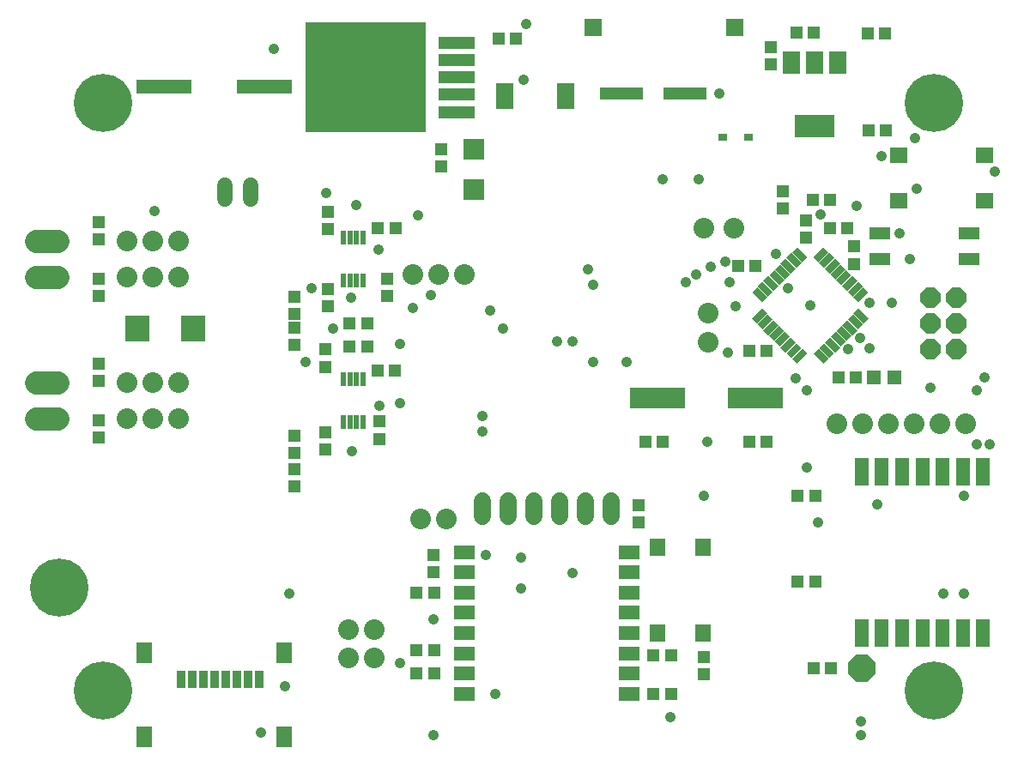
<source format=gts>
G75*
%MOIN*%
%OFA0B0*%
%FSLAX25Y25*%
%IPPOS*%
%LPD*%
%AMOC8*
5,1,8,0,0,1.08239X$1,22.5*
%
%ADD10R,0.04537X0.04931*%
%ADD11R,0.05324X0.05324*%
%ADD12R,0.21600X0.08200*%
%ADD13R,0.04931X0.04537*%
%ADD14R,0.05600X0.02800*%
%ADD15R,0.02800X0.05600*%
%ADD16OC8,0.08000*%
%ADD17R,0.08474X0.04931*%
%ADD18R,0.02175X0.05324*%
%ADD19R,0.08474X0.08474*%
%ADD20R,0.06500X0.08500*%
%ADD21R,0.15600X0.08500*%
%ADD22R,0.14400X0.04700*%
%ADD23R,0.46500X0.42600*%
%ADD24R,0.06506X0.10443*%
%ADD25C,0.08000*%
%ADD26R,0.06899X0.06112*%
%ADD27R,0.03750X0.02962*%
%ADD28R,0.16600X0.04900*%
%ADD29C,0.09000*%
%ADD30C,0.06000*%
%ADD31R,0.08474X0.05324*%
%ADD32C,0.06600*%
%ADD33R,0.06112X0.06899*%
%ADD34R,0.21700X0.05300*%
%ADD35R,0.09500X0.10400*%
%ADD36R,0.06309X0.08474*%
%ADD37R,0.03750X0.06506*%
%ADD38OC8,0.10600*%
%ADD39R,0.05600X0.10600*%
%ADD40C,0.22600*%
%ADD41C,0.04169*%
%ADD42R,0.07096X0.07096*%
D10*
X0191480Y0098531D03*
X0198173Y0098531D03*
X0198173Y0107531D03*
X0191480Y0107531D03*
X0191480Y0129831D03*
X0198173Y0129831D03*
X0277627Y0157085D03*
X0277627Y0163778D03*
X0339480Y0134031D03*
X0346173Y0134031D03*
X0290173Y0105531D03*
X0283480Y0105531D03*
X0155827Y0185485D03*
X0155827Y0192178D03*
X0177027Y0189685D03*
X0177027Y0196378D03*
X0176441Y0216208D03*
X0183134Y0216208D03*
X0156127Y0217685D03*
X0156127Y0224378D03*
X0165480Y0234531D03*
X0172173Y0234531D03*
X0156827Y0241185D03*
X0156827Y0247878D03*
X0179827Y0245185D03*
X0179827Y0251878D03*
X0183173Y0271531D03*
X0176480Y0271531D03*
X0156827Y0271185D03*
X0156827Y0277878D03*
X0201098Y0295542D03*
X0201098Y0302235D03*
X0329027Y0335285D03*
X0329027Y0341978D03*
X0367043Y0309500D03*
X0373736Y0309500D03*
X0352072Y0282651D03*
X0345379Y0282651D03*
X0342527Y0274478D03*
X0342527Y0267785D03*
X0361421Y0264378D03*
X0361421Y0257685D03*
X0361988Y0213638D03*
X0355295Y0213638D03*
X0067827Y0212185D03*
X0067827Y0218878D03*
X0067827Y0196878D03*
X0067827Y0190185D03*
X0067827Y0245185D03*
X0067827Y0251878D03*
X0067827Y0267185D03*
X0067827Y0273878D03*
D11*
X0368839Y0213435D03*
X0377106Y0213435D03*
D12*
X0322827Y0205531D03*
X0284827Y0205531D03*
D13*
X0287116Y0188437D03*
X0280423Y0188437D03*
X0320580Y0188672D03*
X0327273Y0188672D03*
X0339480Y0167531D03*
X0346173Y0167531D03*
X0327213Y0223775D03*
X0320520Y0223775D03*
X0322973Y0256731D03*
X0316280Y0256731D03*
X0352056Y0271444D03*
X0358749Y0271444D03*
X0333727Y0279285D03*
X0333727Y0285978D03*
X0229972Y0345338D03*
X0223280Y0345338D03*
X0338880Y0347531D03*
X0345573Y0347531D03*
X0366567Y0347201D03*
X0373260Y0347201D03*
X0143827Y0244878D03*
X0143827Y0238185D03*
X0143827Y0232878D03*
X0143827Y0226185D03*
X0165480Y0225531D03*
X0172173Y0225531D03*
X0143827Y0190878D03*
X0143827Y0184185D03*
X0143827Y0177878D03*
X0143827Y0171185D03*
X0198027Y0144578D03*
X0198027Y0137885D03*
X0283480Y0090531D03*
X0290173Y0090531D03*
X0302827Y0098185D03*
X0302827Y0104878D03*
X0345680Y0100531D03*
X0352373Y0100531D03*
D14*
G36*
X0343141Y0222775D02*
X0339183Y0218817D01*
X0337203Y0220797D01*
X0341161Y0224755D01*
X0343141Y0222775D01*
G37*
G36*
X0340913Y0225002D02*
X0336955Y0221044D01*
X0334975Y0223024D01*
X0338933Y0226982D01*
X0340913Y0225002D01*
G37*
G36*
X0338686Y0227230D02*
X0334728Y0223272D01*
X0332748Y0225252D01*
X0336706Y0229210D01*
X0338686Y0227230D01*
G37*
G36*
X0336459Y0229457D02*
X0332501Y0225499D01*
X0330521Y0227479D01*
X0334479Y0231437D01*
X0336459Y0229457D01*
G37*
G36*
X0334232Y0231684D02*
X0330274Y0227726D01*
X0328294Y0229706D01*
X0332252Y0233664D01*
X0334232Y0231684D01*
G37*
G36*
X0332005Y0233911D02*
X0328047Y0229953D01*
X0326067Y0231933D01*
X0330025Y0235891D01*
X0332005Y0233911D01*
G37*
G36*
X0329778Y0236138D02*
X0325820Y0232180D01*
X0323840Y0234160D01*
X0327798Y0238118D01*
X0329778Y0236138D01*
G37*
G36*
X0327551Y0238365D02*
X0323593Y0234407D01*
X0321613Y0236387D01*
X0325571Y0240345D01*
X0327551Y0238365D01*
G37*
G36*
X0358132Y0255584D02*
X0354174Y0251626D01*
X0352194Y0253606D01*
X0356152Y0257564D01*
X0358132Y0255584D01*
G37*
G36*
X0360359Y0253357D02*
X0356401Y0249399D01*
X0354421Y0251379D01*
X0358379Y0255337D01*
X0360359Y0253357D01*
G37*
G36*
X0362587Y0251130D02*
X0358629Y0247172D01*
X0356649Y0249152D01*
X0360607Y0253110D01*
X0362587Y0251130D01*
G37*
G36*
X0364814Y0248903D02*
X0360856Y0244945D01*
X0358876Y0246925D01*
X0362834Y0250883D01*
X0364814Y0248903D01*
G37*
G36*
X0367041Y0246676D02*
X0363083Y0242718D01*
X0361103Y0244698D01*
X0365061Y0248656D01*
X0367041Y0246676D01*
G37*
G36*
X0355905Y0257811D02*
X0351947Y0253853D01*
X0349967Y0255833D01*
X0353925Y0259791D01*
X0355905Y0257811D01*
G37*
G36*
X0353678Y0260038D02*
X0349720Y0256080D01*
X0347740Y0258060D01*
X0351698Y0262018D01*
X0353678Y0260038D01*
G37*
G36*
X0351451Y0262265D02*
X0347493Y0258307D01*
X0345513Y0260287D01*
X0349471Y0264245D01*
X0351451Y0262265D01*
G37*
D15*
G36*
X0343141Y0260287D02*
X0341161Y0258307D01*
X0337203Y0262265D01*
X0339183Y0264245D01*
X0343141Y0260287D01*
G37*
G36*
X0340913Y0258060D02*
X0338933Y0256080D01*
X0334975Y0260038D01*
X0336955Y0262018D01*
X0340913Y0258060D01*
G37*
G36*
X0338686Y0255833D02*
X0336706Y0253853D01*
X0332748Y0257811D01*
X0334728Y0259791D01*
X0338686Y0255833D01*
G37*
G36*
X0336459Y0253606D02*
X0334479Y0251626D01*
X0330521Y0255584D01*
X0332501Y0257564D01*
X0336459Y0253606D01*
G37*
G36*
X0334232Y0251379D02*
X0332252Y0249399D01*
X0328294Y0253357D01*
X0330274Y0255337D01*
X0334232Y0251379D01*
G37*
G36*
X0332005Y0249152D02*
X0330025Y0247172D01*
X0326067Y0251130D01*
X0328047Y0253110D01*
X0332005Y0249152D01*
G37*
G36*
X0329778Y0246925D02*
X0327798Y0244945D01*
X0323840Y0248903D01*
X0325820Y0250883D01*
X0329778Y0246925D01*
G37*
G36*
X0327551Y0244698D02*
X0325571Y0242718D01*
X0321613Y0246676D01*
X0323593Y0248656D01*
X0327551Y0244698D01*
G37*
G36*
X0360359Y0229706D02*
X0358379Y0227726D01*
X0354421Y0231684D01*
X0356401Y0233664D01*
X0360359Y0229706D01*
G37*
G36*
X0362587Y0231933D02*
X0360607Y0229953D01*
X0356649Y0233911D01*
X0358629Y0235891D01*
X0362587Y0231933D01*
G37*
G36*
X0364814Y0234160D02*
X0362834Y0232180D01*
X0358876Y0236138D01*
X0360856Y0238118D01*
X0364814Y0234160D01*
G37*
G36*
X0367041Y0236387D02*
X0365061Y0234407D01*
X0361103Y0238365D01*
X0363083Y0240345D01*
X0367041Y0236387D01*
G37*
G36*
X0358132Y0227479D02*
X0356152Y0225499D01*
X0352194Y0229457D01*
X0354174Y0231437D01*
X0358132Y0227479D01*
G37*
G36*
X0355905Y0225252D02*
X0353925Y0223272D01*
X0349967Y0227230D01*
X0351947Y0229210D01*
X0355905Y0225252D01*
G37*
G36*
X0353678Y0223024D02*
X0351698Y0221044D01*
X0347740Y0225002D01*
X0349720Y0226982D01*
X0353678Y0223024D01*
G37*
G36*
X0351451Y0220797D02*
X0349471Y0218817D01*
X0345513Y0222775D01*
X0347493Y0224755D01*
X0351451Y0220797D01*
G37*
D16*
X0391079Y0224531D03*
X0401079Y0224531D03*
X0401079Y0234531D03*
X0391079Y0234531D03*
X0391079Y0244531D03*
X0401079Y0244531D03*
D17*
X0405921Y0259531D03*
X0405921Y0269531D03*
X0371157Y0269531D03*
X0371157Y0259531D03*
D18*
X0170665Y0251040D03*
X0168106Y0251040D03*
X0165547Y0251040D03*
X0162988Y0251040D03*
X0162988Y0268022D03*
X0165547Y0268022D03*
X0168106Y0268022D03*
X0170665Y0268022D03*
X0170665Y0213022D03*
X0168106Y0213022D03*
X0165547Y0213022D03*
X0162988Y0213022D03*
X0162988Y0196040D03*
X0165547Y0196040D03*
X0168106Y0196040D03*
X0170665Y0196040D03*
D19*
X0213612Y0286501D03*
X0213612Y0302249D03*
D20*
X0337038Y0335931D03*
X0346038Y0335931D03*
X0355038Y0335931D03*
D21*
X0346138Y0311131D03*
D22*
X0206902Y0316690D03*
X0206902Y0323390D03*
X0206902Y0330090D03*
X0206902Y0336790D03*
X0206902Y0343490D03*
D23*
X0171702Y0330090D03*
D24*
X0225715Y0322884D03*
X0249337Y0322884D03*
D25*
X0303127Y0271531D03*
X0314527Y0271531D03*
X0304543Y0238649D03*
X0304543Y0227249D03*
X0354527Y0195631D03*
X0364527Y0195631D03*
X0374527Y0195631D03*
X0384527Y0195631D03*
X0394527Y0195631D03*
X0404527Y0195631D03*
X0209827Y0253531D03*
X0199827Y0253531D03*
X0189827Y0253531D03*
X0098827Y0252531D03*
X0088827Y0252531D03*
X0078827Y0252531D03*
X0078827Y0266531D03*
X0088827Y0266531D03*
X0098827Y0266531D03*
X0098827Y0211531D03*
X0088827Y0211531D03*
X0078827Y0211531D03*
X0078827Y0197531D03*
X0088827Y0197531D03*
X0098827Y0197531D03*
X0192827Y0158531D03*
X0202827Y0158531D03*
X0174827Y0115531D03*
X0164827Y0115531D03*
X0164827Y0104531D03*
X0174827Y0104531D03*
D26*
X0378598Y0282075D03*
X0378598Y0299791D03*
X0412063Y0299791D03*
X0412063Y0282075D03*
D27*
X0320315Y0306901D03*
X0310472Y0306901D03*
D28*
X0295627Y0323931D03*
X0271027Y0323931D03*
D29*
X0052027Y0266421D02*
X0043627Y0266421D01*
X0043627Y0252642D02*
X0052027Y0252642D01*
X0052027Y0211421D02*
X0043627Y0211421D01*
X0043627Y0197642D02*
X0052027Y0197642D01*
D30*
X0116827Y0282831D02*
X0116827Y0288231D01*
X0126827Y0288231D02*
X0126827Y0282831D01*
D31*
X0210047Y0145657D03*
X0210047Y0137783D03*
X0210047Y0129909D03*
X0210047Y0122035D03*
X0210047Y0114161D03*
X0210047Y0106287D03*
X0210047Y0098413D03*
X0210047Y0090539D03*
X0273827Y0090539D03*
X0273827Y0098413D03*
X0273827Y0106287D03*
X0273827Y0114161D03*
X0273827Y0122035D03*
X0273827Y0129909D03*
X0273827Y0137783D03*
X0273827Y0145657D03*
D32*
X0266827Y0159531D02*
X0266827Y0165531D01*
X0256827Y0165531D02*
X0256827Y0159531D01*
X0246827Y0159531D02*
X0246827Y0165531D01*
X0236827Y0165531D02*
X0236827Y0159531D01*
X0226827Y0159531D02*
X0226827Y0165531D01*
X0216827Y0165531D02*
X0216827Y0159531D01*
D33*
X0284961Y0147665D03*
X0302677Y0147665D03*
X0302677Y0114201D03*
X0284961Y0114201D03*
D34*
X0132427Y0326531D03*
X0093227Y0326531D03*
D35*
X0082927Y0232531D03*
X0104727Y0232531D03*
D36*
X0085693Y0073854D03*
X0139827Y0073854D03*
X0139827Y0106531D03*
X0085693Y0106531D03*
D37*
X0100142Y0096295D03*
X0104472Y0096295D03*
X0108803Y0096295D03*
X0113134Y0096295D03*
X0117465Y0096295D03*
X0121795Y0096295D03*
X0126126Y0096295D03*
X0130457Y0096295D03*
D38*
X0364227Y0100531D03*
D39*
X0364205Y0114035D03*
X0372079Y0114035D03*
X0379953Y0114035D03*
X0387827Y0114035D03*
X0395701Y0114035D03*
X0403575Y0114035D03*
X0411449Y0114035D03*
X0411449Y0177027D03*
X0403575Y0177027D03*
X0395701Y0177027D03*
X0387827Y0177027D03*
X0379953Y0177027D03*
X0372079Y0177027D03*
X0364205Y0177027D03*
D40*
X0392316Y0091741D03*
X0069504Y0091748D03*
X0052504Y0131748D03*
X0069504Y0320134D03*
X0392316Y0320205D03*
D41*
X0384827Y0306531D03*
X0371827Y0299531D03*
X0385783Y0286836D03*
X0362218Y0280044D03*
X0348218Y0276844D03*
X0330827Y0261531D03*
X0311327Y0258631D03*
X0305627Y0256431D03*
X0299827Y0253531D03*
X0295827Y0250531D03*
X0312827Y0250531D03*
X0315227Y0241131D03*
X0335627Y0248131D03*
X0344418Y0241544D03*
X0367236Y0242583D03*
X0375839Y0242563D03*
X0363627Y0228831D03*
X0367327Y0224731D03*
X0358927Y0224531D03*
X0338557Y0213131D03*
X0342827Y0208531D03*
X0312444Y0223195D03*
X0272827Y0219531D03*
X0259827Y0219531D03*
X0251827Y0227531D03*
X0245827Y0227531D03*
X0224827Y0232531D03*
X0219827Y0239531D03*
X0196827Y0245531D03*
X0189827Y0240531D03*
X0184827Y0226531D03*
X0158827Y0232531D03*
X0148285Y0219545D03*
X0177040Y0202573D03*
X0184827Y0203531D03*
X0216827Y0198531D03*
X0216827Y0192531D03*
X0166240Y0184973D03*
X0218260Y0144579D03*
X0231827Y0143531D03*
X0231827Y0131531D03*
X0251827Y0137531D03*
X0197827Y0119531D03*
X0184827Y0102531D03*
X0221827Y0090531D03*
X0197827Y0074531D03*
X0140260Y0093579D03*
X0130827Y0075531D03*
X0141827Y0129531D03*
X0289827Y0081531D03*
X0364127Y0079831D03*
X0364127Y0074531D03*
X0395827Y0129531D03*
X0403827Y0129531D03*
X0347218Y0157044D03*
X0370218Y0164044D03*
X0342827Y0178531D03*
X0304260Y0188579D03*
X0302827Y0167531D03*
X0390827Y0209531D03*
X0408827Y0208531D03*
X0411827Y0213531D03*
X0413827Y0187531D03*
X0408827Y0187531D03*
X0403827Y0167531D03*
X0259827Y0249531D03*
X0257827Y0255531D03*
X0286827Y0290531D03*
X0300827Y0290531D03*
X0309120Y0323941D03*
X0234120Y0350941D03*
X0232920Y0329141D03*
X0156340Y0285173D03*
X0167827Y0280531D03*
X0176540Y0263273D03*
X0191827Y0276531D03*
X0150540Y0248273D03*
X0165827Y0244531D03*
X0089540Y0278273D03*
X0135920Y0341141D03*
X0379027Y0269631D03*
X0382827Y0259531D03*
X0415827Y0293531D03*
D42*
X0314827Y0349531D03*
X0259827Y0349531D03*
M02*

</source>
